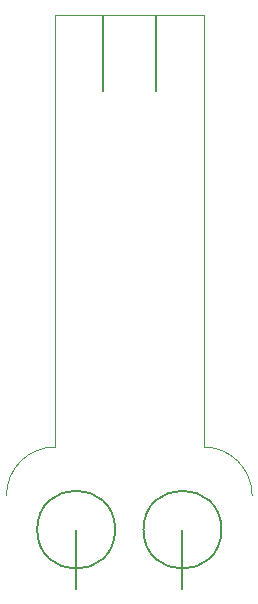
<source format=gbr>
G04 #@! TF.GenerationSoftware,KiCad,Pcbnew,(5.1.8)-1*
G04 #@! TF.CreationDate,2023-08-31T22:35:53+02:00*
G04 #@! TF.ProjectId,RC Exhaust System,52432045-7868-4617-9573-742053797374,rev?*
G04 #@! TF.SameCoordinates,Original*
G04 #@! TF.FileFunction,OtherDrawing,Comment*
%FSLAX46Y46*%
G04 Gerber Fmt 4.6, Leading zero omitted, Abs format (unit mm)*
G04 Created by KiCad (PCBNEW (5.1.8)-1) date 2023-08-31 22:35:53*
%MOMM*%
%LPD*%
G01*
G04 APERTURE LIST*
%ADD10C,0.050000*%
%ADD11C,0.150000*%
G04 APERTURE END LIST*
D10*
X86992000Y-73896000D02*
X86992000Y-110500000D01*
X74392000Y-73896000D02*
X74392000Y-110500000D01*
D11*
X88492000Y-117496000D02*
G75*
G03*
X88492000Y-117496000I-3300000J0D01*
G01*
X79492000Y-117496000D02*
G75*
G03*
X79492000Y-117496000I-3300000J0D01*
G01*
D10*
X86992000Y-110500000D02*
G75*
G02*
X91092000Y-114600000I0J-4100000D01*
G01*
X70292000Y-114600000D02*
G75*
G02*
X74392000Y-110500000I4100000J0D01*
G01*
D11*
X85192000Y-122496000D02*
X85192000Y-117496000D01*
X76192000Y-122496000D02*
X76192000Y-117496000D01*
X82942000Y-73896000D02*
X82942000Y-80396000D01*
X78442000Y-73896000D02*
X78442000Y-80396000D01*
D10*
X80692000Y-73896000D02*
X74392000Y-73896000D01*
X80692000Y-73896000D02*
X86992000Y-73896000D01*
M02*

</source>
